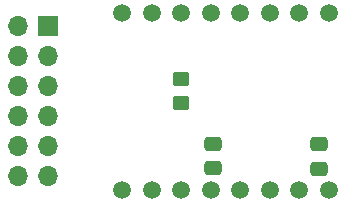
<source format=gbr>
%TF.GenerationSoftware,KiCad,Pcbnew,9.0.2*%
%TF.CreationDate,2025-07-21T05:45:18-04:00*%
%TF.ProjectId,lb-80,6c622d38-302e-46b6-9963-61645f706362,rev?*%
%TF.SameCoordinates,Original*%
%TF.FileFunction,Soldermask,Bot*%
%TF.FilePolarity,Negative*%
%FSLAX46Y46*%
G04 Gerber Fmt 4.6, Leading zero omitted, Abs format (unit mm)*
G04 Created by KiCad (PCBNEW 9.0.2) date 2025-07-21 05:45:18*
%MOMM*%
%LPD*%
G01*
G04 APERTURE LIST*
G04 Aperture macros list*
%AMRoundRect*
0 Rectangle with rounded corners*
0 $1 Rounding radius*
0 $2 $3 $4 $5 $6 $7 $8 $9 X,Y pos of 4 corners*
0 Add a 4 corners polygon primitive as box body*
4,1,4,$2,$3,$4,$5,$6,$7,$8,$9,$2,$3,0*
0 Add four circle primitives for the rounded corners*
1,1,$1+$1,$2,$3*
1,1,$1+$1,$4,$5*
1,1,$1+$1,$6,$7*
1,1,$1+$1,$8,$9*
0 Add four rect primitives between the rounded corners*
20,1,$1+$1,$2,$3,$4,$5,0*
20,1,$1+$1,$4,$5,$6,$7,0*
20,1,$1+$1,$6,$7,$8,$9,0*
20,1,$1+$1,$8,$9,$2,$3,0*%
G04 Aperture macros list end*
%ADD10C,1.500000*%
%ADD11R,1.700000X1.700000*%
%ADD12O,1.700000X1.700000*%
%ADD13RoundRect,0.250000X-0.475000X0.337500X-0.475000X-0.337500X0.475000X-0.337500X0.475000X0.337500X0*%
%ADD14RoundRect,0.250000X-0.450000X0.350000X-0.450000X-0.350000X0.450000X-0.350000X0.450000X0.350000X0*%
G04 APERTURE END LIST*
D10*
%TO.C,LED1*%
X146704400Y-103916800D03*
X144204400Y-103916800D03*
X141704400Y-103916800D03*
X139204400Y-103916800D03*
X136704400Y-103916800D03*
X134204400Y-103916800D03*
X131704400Y-103916800D03*
X129204400Y-103916800D03*
X129204400Y-118916800D03*
X131704400Y-118916800D03*
X134204400Y-118916800D03*
X136704400Y-118916800D03*
X139204400Y-118916800D03*
X141704400Y-118916800D03*
X144204400Y-118916800D03*
X146704400Y-118916800D03*
%TD*%
D11*
%TO.C,J1*%
X122936000Y-105029000D03*
D12*
X120396000Y-105029000D03*
X122936000Y-107569000D03*
X120396000Y-107569000D03*
X122936000Y-110109000D03*
X120396000Y-110109000D03*
X122936000Y-112649000D03*
X120396000Y-112649000D03*
X122936000Y-115189000D03*
X120396000Y-115189000D03*
X122936000Y-117729000D03*
X120396000Y-117729000D03*
%TD*%
D13*
%TO.C,C1*%
X136855200Y-114968200D03*
X136855200Y-117043200D03*
%TD*%
%TO.C,C2*%
X145897600Y-115011200D03*
X145897600Y-117086200D03*
%TD*%
D14*
%TO.C,R1*%
X134162800Y-109524800D03*
X134162800Y-111524800D03*
%TD*%
M02*

</source>
